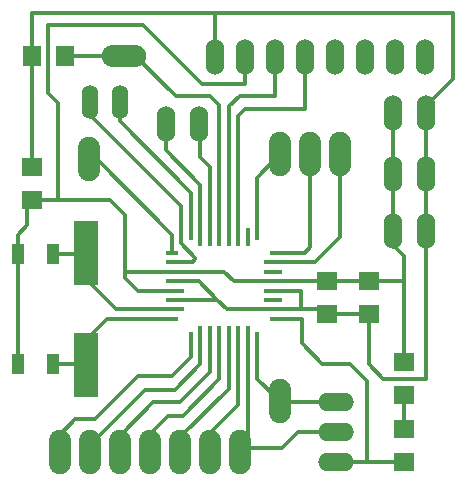
<source format=gbr>
%TF.GenerationSoftware,KiCad,Pcbnew,(6.0.0-0)*%
%TF.CreationDate,2022-06-01T12:26:00-04:00*%
%TF.ProjectId,satshakitFCv1,73617473-6861-46b6-9974-464376312e6b,rev?*%
%TF.SameCoordinates,Original*%
%TF.FileFunction,Copper,L1,Top*%
%TF.FilePolarity,Positive*%
%FSLAX46Y46*%
G04 Gerber Fmt 4.6, Leading zero omitted, Abs format (unit mm)*
G04 Created by KiCad (PCBNEW (6.0.0-0)) date 2022-06-01 12:26:00*
%MOMM*%
%LPD*%
G01*
G04 APERTURE LIST*
%TA.AperFunction,SMDPad,CuDef*%
%ADD10R,1.117600X1.803400*%
%TD*%
%TA.AperFunction,ComponentPad*%
%ADD11O,1.879600X3.759200*%
%TD*%
%TA.AperFunction,ComponentPad*%
%ADD12O,1.422400X2.844800*%
%TD*%
%TA.AperFunction,ComponentPad*%
%ADD13O,1.524000X3.048000*%
%TD*%
%TA.AperFunction,SMDPad,CuDef*%
%ADD14R,1.800000X1.600000*%
%TD*%
%TA.AperFunction,ComponentPad*%
%ADD15O,3.048000X1.524000*%
%TD*%
%TA.AperFunction,ComponentPad*%
%ADD16O,3.759200X1.879600*%
%TD*%
%TA.AperFunction,SMDPad,CuDef*%
%ADD17R,1.803000X1.600000*%
%TD*%
%TA.AperFunction,SMDPad,CuDef*%
%ADD18R,2.000000X5.500000*%
%TD*%
%TA.AperFunction,SMDPad,CuDef*%
%ADD19R,1.600000X1.800000*%
%TD*%
%TA.AperFunction,SMDPad,CuDef*%
%ADD20R,1.016000X0.406400*%
%TD*%
%TA.AperFunction,SMDPad,CuDef*%
%ADD21R,1.524000X0.355600*%
%TD*%
%TA.AperFunction,SMDPad,CuDef*%
%ADD22R,0.406400X1.016000*%
%TD*%
%TA.AperFunction,SMDPad,CuDef*%
%ADD23R,0.355600X1.524000*%
%TD*%
%TA.AperFunction,Conductor*%
%ADD24C,0.304800*%
%TD*%
G04 APERTURE END LIST*
D10*
%TO.P,C1,1*%
%TO.N,GND_B*%
X181816100Y-63066400D03*
%TO.P,C1,2*%
%TO.N,N$2*%
X184813300Y-63066400D03*
%TD*%
D11*
%TO.P,RC_3-6,1*%
%TO.N,R3*%
X185369900Y-79868800D03*
%TO.P,RC_3-6,2*%
%TO.N,R4*%
X187909900Y-79868800D03*
%TO.P,RC_3-6,3*%
%TO.N,R5*%
X190449900Y-79868800D03*
%TO.P,RC_3-6,4*%
%TO.N,R6*%
X192989900Y-79868800D03*
%TD*%
D10*
%TO.P,C2,1*%
%TO.N,GND_B*%
X181830400Y-72410400D03*
%TO.P,C2,2*%
%TO.N,N$9*%
X184827600Y-72410400D03*
%TD*%
D12*
%TO.P,RC1-2,1*%
%TO.N,R1*%
X190436500Y-50215800D03*
%TO.P,RC1-2,2*%
%TO.N,R2*%
X187896500Y-50215800D03*
%TD*%
D13*
%TO.P,B_POWER,1*%
%TO.N,GND_B*%
X213614500Y-61143200D03*
%TO.P,B_POWER,2*%
%TO.N,VCC_B*%
X216408500Y-61143200D03*
%TD*%
%TO.P,ISP_POWER,1*%
%TO.N,VCC_B*%
X216366900Y-56299200D03*
%TO.P,ISP_POWER,2*%
%TO.N,GND_B*%
X213572900Y-56299200D03*
%TD*%
D14*
%TO.P,C5,1*%
%TO.N,VCC_B*%
X211536000Y-68193300D03*
%TO.P,C5,2*%
%TO.N,GND_B*%
X211536000Y-65393300D03*
%TD*%
D11*
%TO.P,M12,1*%
%TO.N,MISO*%
X204017100Y-75570400D03*
%TD*%
D15*
%TO.P,SPI,1*%
%TO.N,MISO*%
X208740100Y-75643400D03*
%TO.P,SPI,2*%
%TO.N,MOSI*%
X208740100Y-78183400D03*
%TO.P,SPI,3*%
%TO.N,SCK*%
X208740100Y-80723400D03*
%TD*%
D11*
%TO.P,M10,1*%
%TO.N,M10*%
X198069878Y-79874410D03*
%TD*%
D16*
%TO.P,RST,1*%
%TO.N,N$3*%
X190823900Y-46299200D03*
%TD*%
D11*
%TO.P,M2,1*%
%TO.N,MA1*%
X206582300Y-54668800D03*
%TD*%
%TO.P,M11,1*%
%TO.N,MOSI*%
X200609700Y-79861000D03*
%TD*%
D13*
%TO.P,IMU,1*%
%TO.N,N/C*%
X216339100Y-46392000D03*
%TO.P,IMU,2*%
X213799100Y-46392000D03*
%TO.P,IMU,3*%
X211259100Y-46392000D03*
%TO.P,IMU,4*%
X208719100Y-46392000D03*
%TO.P,IMU,5*%
%TO.N,SDA*%
X206179100Y-46392000D03*
%TO.P,IMU,6*%
%TO.N,SCL*%
X203639100Y-46392000D03*
%TO.P,IMU,7*%
%TO.N,GND_B*%
X201099100Y-46392000D03*
%TO.P,IMU,8*%
%TO.N,VCC_B*%
X198559100Y-46392000D03*
%TD*%
D17*
%TO.P,LED_13,1*%
%TO.N,SCK*%
X214511203Y-80717400D03*
%TO.P,LED_13,2*%
%TO.N,N$27*%
X214511203Y-77873400D03*
%TD*%
D11*
%TO.P,M1,1*%
%TO.N,MA0*%
X209117100Y-54668800D03*
%TD*%
%TO.P,M3,1*%
%TO.N,M3*%
X187877106Y-55056513D03*
%TD*%
D18*
%TO.P,CRYSTAL,1*%
%TO.N,N$9*%
X187605700Y-72502700D03*
%TO.P,CRYSTAL,2*%
%TO.N,N$2*%
X187605700Y-63002700D03*
%TD*%
D14*
%TO.P,R3,1*%
%TO.N,GND_B*%
X214543200Y-72242700D03*
%TO.P,R3,2*%
%TO.N,N$27*%
X214543200Y-75042700D03*
%TD*%
D13*
%TO.P,RC_POWER,1*%
%TO.N,VCC_B*%
X216366900Y-51194800D03*
%TO.P,RC_POWER,2*%
%TO.N,GND_B*%
X213572900Y-51194800D03*
%TD*%
D14*
%TO.P,C3,1*%
%TO.N,VCC_B*%
X183014700Y-55698600D03*
%TO.P,C3,2*%
%TO.N,GND_B*%
X183014700Y-58498600D03*
%TD*%
D19*
%TO.P,R1,1*%
%TO.N,VCC_B*%
X182996300Y-46338900D03*
%TO.P,R1,2*%
%TO.N,N$3*%
X185796300Y-46338900D03*
%TD*%
D11*
%TO.P,M9,1*%
%TO.N,M9*%
X195528915Y-79877760D03*
%TD*%
D20*
%TO.P,MICRO,1*%
%TO.N,M3*%
X194868800Y-62986000D03*
D21*
%TO.P,MICRO,2*%
%TO.N,R2*%
X195122800Y-63786000D03*
%TO.P,MICRO,3*%
%TO.N,GND_B*%
X195122800Y-64586000D03*
%TO.P,MICRO,4*%
%TO.N,VCC_B*%
X195122800Y-65386000D03*
%TO.P,MICRO,5*%
%TO.N,GND_B*%
X195122800Y-66186000D03*
%TO.P,MICRO,6*%
%TO.N,VCC_B*%
X195122800Y-66986000D03*
%TO.P,MICRO,7*%
%TO.N,N$2*%
X195122800Y-67786000D03*
D20*
%TO.P,MICRO,8*%
%TO.N,N$9*%
X194868800Y-68586000D03*
D22*
%TO.P,MICRO,9*%
%TO.N,R3*%
X196488400Y-70205600D03*
D23*
%TO.P,MICRO,10*%
%TO.N,R4*%
X197288400Y-69951600D03*
%TO.P,MICRO,11*%
%TO.N,R5*%
X198088400Y-69951600D03*
%TO.P,MICRO,12*%
%TO.N,R6*%
X198888400Y-69951600D03*
%TO.P,MICRO,13*%
%TO.N,M9*%
X199688400Y-69951600D03*
%TO.P,MICRO,14*%
%TO.N,M10*%
X200488400Y-69951600D03*
%TO.P,MICRO,15*%
%TO.N,MOSI*%
X201288400Y-69951600D03*
D22*
%TO.P,MICRO,16*%
%TO.N,MISO*%
X202088400Y-70205600D03*
D20*
%TO.P,MICRO,17*%
%TO.N,SCK*%
X203708000Y-68586000D03*
D21*
%TO.P,MICRO,18*%
%TO.N,VCC_B*%
X203454000Y-67786000D03*
%TO.P,MICRO,19*%
%TO.N,N/C*%
X203454000Y-66986000D03*
%TO.P,MICRO,20*%
%TO.N,VCC_B*%
X203454000Y-66186000D03*
%TO.P,MICRO,21*%
%TO.N,GND_B*%
X203454000Y-65386000D03*
%TO.P,MICRO,22*%
%TO.N,N/C*%
X203454000Y-64586000D03*
%TO.P,MICRO,23*%
%TO.N,MA0*%
X203454000Y-63786000D03*
D20*
%TO.P,MICRO,24*%
%TO.N,MA1*%
X203708000Y-62986000D03*
D22*
%TO.P,MICRO,25*%
%TO.N,MA2*%
X202088400Y-61366400D03*
D23*
%TO.P,MICRO,26*%
%TO.N,N/C*%
X201288400Y-61620400D03*
%TO.P,MICRO,27*%
%TO.N,SDA*%
X200488400Y-61620400D03*
%TO.P,MICRO,28*%
%TO.N,SCL*%
X199688400Y-61620400D03*
%TO.P,MICRO,29*%
%TO.N,N$3*%
X198888400Y-61620400D03*
%TO.P,MICRO,30*%
%TO.N,RX*%
X198088400Y-61620400D03*
%TO.P,MICRO,31*%
%TO.N,TX*%
X197288400Y-61620400D03*
D22*
%TO.P,MICRO,32*%
%TO.N,R1*%
X196488400Y-61366400D03*
%TD*%
D14*
%TO.P,C4,1*%
%TO.N,VCC_B*%
X207981000Y-68166300D03*
%TO.P,C4,2*%
%TO.N,GND_B*%
X207981000Y-65366300D03*
%TD*%
D11*
%TO.P,M4,1*%
%TO.N,MA2*%
X204047500Y-54668800D03*
%TD*%
D13*
%TO.P,SERIAL,1*%
%TO.N,RX*%
X197180300Y-52056700D03*
%TO.P,SERIAL,2*%
%TO.N,TX*%
X194386300Y-52056700D03*
%TD*%
D24*
%TO.N,N$2*%
X187642500Y-63039500D02*
X187605700Y-63002700D01*
X187605700Y-63066400D02*
X187605700Y-63002700D01*
X187642500Y-65278000D02*
X187642500Y-63039500D01*
X184813300Y-63066400D02*
X187605700Y-63066400D01*
X190150500Y-67786000D02*
X187642500Y-65278000D01*
X195122800Y-67786000D02*
X190150500Y-67786000D01*
%TO.N,N$9*%
X184827600Y-72410400D02*
X187605700Y-72410400D01*
X187605700Y-72410400D02*
X187605700Y-72502700D01*
X187642500Y-70332600D02*
X187642500Y-72465900D01*
X194868800Y-68586000D02*
X189389100Y-68586000D01*
X189389100Y-68586000D02*
X187642500Y-70332600D01*
X187642500Y-72465900D02*
X187605700Y-72502700D01*
%TO.N,N$3*%
X191757300Y-46304200D02*
X190828900Y-46304200D01*
X190828900Y-46304200D02*
X190823900Y-46299200D01*
X198888400Y-61620400D02*
X198888400Y-50514300D01*
X195211700Y-49758600D02*
X191757300Y-46304200D01*
X198888400Y-50514300D02*
X198132700Y-49758600D01*
X185796300Y-46338900D02*
X185796300Y-46299200D01*
X198132700Y-49758600D02*
X195211700Y-49758600D01*
X185796300Y-46299200D02*
X190823900Y-46299200D01*
%TO.N,N$27*%
X214511203Y-75042700D02*
X214511203Y-77873400D01*
X214543200Y-75042700D02*
X214511203Y-75042700D01*
%TO.N,SCL*%
X203639100Y-49682400D02*
X203639100Y-46392000D01*
X199688400Y-50602200D02*
X200608200Y-49682400D01*
X200608200Y-49682400D02*
X203639100Y-49682400D01*
X199688400Y-61620400D02*
X199688400Y-50602200D01*
%TO.N,SDA*%
X206209900Y-46392000D02*
X206179100Y-46392000D01*
X201053700Y-50850800D02*
X206179100Y-50850800D01*
X200488400Y-51416100D02*
X201053700Y-50850800D01*
X206179100Y-50850800D02*
X206179100Y-46392000D01*
X200488400Y-61620400D02*
X200488400Y-51416100D01*
%TO.N,R1*%
X196488400Y-57893300D02*
X190461900Y-51866800D01*
X190461900Y-50215800D02*
X190436500Y-50215800D01*
X196488400Y-61366400D02*
X196488400Y-57893300D01*
X190461900Y-51866800D02*
X190461900Y-50215800D01*
%TO.N,R2*%
X196627500Y-63786000D02*
X196862700Y-63550800D01*
X196862700Y-63550800D02*
X196862700Y-63398400D01*
X195668900Y-59055000D02*
X187921900Y-51308000D01*
X195122800Y-63786000D02*
X196627500Y-63786000D01*
X196862700Y-63398400D02*
X195668900Y-62204600D01*
X195668900Y-62204600D02*
X195668900Y-59055000D01*
X187921900Y-51308000D02*
X187921900Y-50215800D01*
X187921900Y-50215800D02*
X187896500Y-50215800D01*
%TO.N,R3*%
X196488400Y-70205600D02*
X196488400Y-71824500D01*
X188328300Y-77089000D02*
X186677300Y-77089000D01*
X185381900Y-78384400D02*
X185381900Y-79856800D01*
X191985900Y-73431400D02*
X188328300Y-77089000D01*
X194881500Y-73431400D02*
X191985900Y-73431400D01*
X196488400Y-71824500D02*
X194881500Y-73431400D01*
X185381900Y-79856800D02*
X185369900Y-79868800D01*
X186677300Y-77089000D02*
X185381900Y-78384400D01*
%TO.N,R4*%
X192620900Y-74574400D02*
X188201300Y-78994000D01*
X188201300Y-79577400D02*
X187909900Y-79868800D01*
X188201300Y-78994000D02*
X188201300Y-79577400D01*
X195160900Y-74574400D02*
X192620900Y-74574400D01*
X197288400Y-72446900D02*
X195160900Y-74574400D01*
X197288400Y-69951600D02*
X197288400Y-72446900D01*
%TO.N,R5*%
X193306700Y-75615800D02*
X190614300Y-78308200D01*
X190614300Y-78308200D02*
X190614300Y-79704400D01*
X198088400Y-69951600D02*
X198088400Y-73094700D01*
X190614300Y-79704400D02*
X190449900Y-79868800D01*
X195567300Y-75615800D02*
X193306700Y-75615800D01*
X198088400Y-73094700D02*
X195567300Y-75615800D01*
%TO.N,MISO*%
X202088400Y-73641700D02*
X204017100Y-75570400D01*
X202088400Y-70205600D02*
X202088400Y-73641700D01*
X204090100Y-75643400D02*
X204017100Y-75570400D01*
X208740100Y-75643400D02*
X204090100Y-75643400D01*
%TO.N,MOSI*%
X200939900Y-79530800D02*
X200609700Y-79861000D01*
X201288400Y-69951600D02*
X201288400Y-79861000D01*
X205549500Y-78181200D02*
X208737900Y-78181200D01*
X204199900Y-79530800D02*
X200939900Y-79530800D01*
X204199900Y-79530800D02*
X205549500Y-78181200D01*
X201288400Y-79861000D02*
X200609700Y-79861000D01*
X208737900Y-78181200D02*
X208740100Y-78183400D01*
%TO.N,SCK*%
X207617100Y-72370400D02*
X209917100Y-72370400D01*
X211417100Y-80717400D02*
X208740100Y-80717400D01*
X205917100Y-68586000D02*
X205917100Y-70670400D01*
X203708000Y-68586000D02*
X205917100Y-68586000D01*
X209917100Y-72370400D02*
X211417100Y-73870400D01*
X208740100Y-80717400D02*
X208740100Y-80723400D01*
X211417100Y-73870400D02*
X211417100Y-80717400D01*
X214511203Y-80717400D02*
X211417100Y-80717400D01*
X205917100Y-70670400D02*
X207617100Y-72370400D01*
%TO.N,GND_B*%
X195122800Y-64586000D02*
X191039900Y-64586000D01*
X214543200Y-65393300D02*
X214543200Y-72242700D01*
X203454000Y-65386000D02*
X207981000Y-65386000D01*
X200113900Y-65379600D02*
X203447600Y-65379600D01*
X211536000Y-65366300D02*
X211536000Y-65393300D01*
X182638700Y-59276200D02*
X182460900Y-59098400D01*
X207981000Y-65386000D02*
X207981000Y-65366300D01*
X183037700Y-58521600D02*
X183014700Y-58498600D01*
X183037700Y-58521600D02*
X182460900Y-59098400D01*
X195122800Y-66192400D02*
X195122800Y-66186000D01*
X197421500Y-48717200D02*
X192417700Y-43713400D01*
X181816100Y-63066400D02*
X181830400Y-63066400D01*
X191039900Y-64586000D02*
X190893700Y-64439800D01*
X185229500Y-58521600D02*
X183037700Y-58521600D01*
X213614500Y-61143200D02*
X213572900Y-61101600D01*
X181816100Y-61503200D02*
X182638700Y-60680600D01*
X207981000Y-65366300D02*
X211536000Y-65366300D01*
X191960500Y-66192400D02*
X190893700Y-65125600D01*
X214543200Y-65393300D02*
X214543200Y-63248100D01*
X189623700Y-58521600D02*
X185229500Y-58521600D01*
X190893700Y-59791600D02*
X189623700Y-58521600D01*
X182638700Y-60680600D02*
X182638700Y-59276200D01*
X184416700Y-49479200D02*
X184416700Y-43713400D01*
X203447600Y-65379600D02*
X203454000Y-65386000D01*
X199320300Y-64586000D02*
X200113900Y-65379600D01*
X214543200Y-63248100D02*
X213626700Y-62331600D01*
X195122800Y-64586000D02*
X199320300Y-64586000D01*
X211536000Y-65393300D02*
X214543200Y-65393300D01*
X195122800Y-64586000D02*
X192951100Y-64586000D01*
X191960500Y-66192400D02*
X195122800Y-66192400D01*
X213572900Y-56299200D02*
X213572900Y-51194800D01*
X185229500Y-50292000D02*
X185229500Y-58521600D01*
X201099100Y-48717200D02*
X197421500Y-48717200D01*
X213626700Y-62331600D02*
X213626700Y-61155400D01*
X213572900Y-61101600D02*
X213572900Y-56299200D01*
X190893700Y-64439800D02*
X190893700Y-59791600D01*
X184416700Y-43713400D02*
X192417700Y-43713400D01*
X190893700Y-65125600D02*
X190893700Y-64439800D01*
X213626700Y-61155400D02*
X213614500Y-61143200D01*
X181816100Y-63066400D02*
X181816100Y-61503200D01*
X181830400Y-63066400D02*
X181830400Y-72410400D01*
X185229500Y-50292000D02*
X184416700Y-49479200D01*
X201099100Y-46392000D02*
X201099100Y-48717200D01*
%TO.N,VCC_B*%
X182996300Y-42722800D02*
X182996300Y-46338900D01*
X216366900Y-61101600D02*
X216366900Y-56299200D01*
X182996300Y-55698600D02*
X182996300Y-46338900D01*
X211509000Y-68166300D02*
X211536000Y-68193300D01*
X216366900Y-56299200D02*
X216366900Y-51194800D01*
X183014700Y-55698600D02*
X182996300Y-55698600D01*
X198559100Y-42722800D02*
X218706700Y-42722800D01*
X216408500Y-61143200D02*
X216408500Y-73660000D01*
X203454000Y-67786000D02*
X205803500Y-67786000D01*
X207981000Y-67786000D02*
X207981000Y-68166300D01*
X199504300Y-67767200D02*
X203435200Y-67767200D01*
X195122800Y-65386000D02*
X197123100Y-65386000D01*
X203435200Y-67767200D02*
X203454000Y-67786000D01*
X216408500Y-61143200D02*
X216366900Y-61101600D01*
X207981000Y-68166300D02*
X211509000Y-68166300D01*
X211536000Y-72432900D02*
X211536000Y-68193300D01*
X218706700Y-48260000D02*
X218706700Y-42722800D01*
X203454000Y-66186000D02*
X205803500Y-66186000D01*
X205803500Y-66186000D02*
X205803500Y-67786000D01*
X205803500Y-67786000D02*
X207981000Y-67786000D01*
X197123100Y-65386000D02*
X198723100Y-66986000D01*
X195122800Y-66986000D02*
X198723100Y-66986000D01*
X216366900Y-50599800D02*
X218706700Y-48260000D01*
X216366900Y-51194800D02*
X216366900Y-50599800D01*
X198559100Y-46392000D02*
X198559100Y-42722800D01*
X198723100Y-66986000D02*
X199504300Y-67767200D01*
X216408500Y-73660000D02*
X212763100Y-73660000D01*
X212763100Y-73660000D02*
X211536000Y-72432900D01*
X198559100Y-42722800D02*
X182996300Y-42722800D01*
%TO.N,R6*%
X198888400Y-73717100D02*
X195821300Y-76784200D01*
X194576700Y-76784200D02*
X193027300Y-78333600D01*
X195821300Y-76784200D02*
X194576700Y-76784200D01*
X193027300Y-79831400D02*
X192989900Y-79868800D01*
X198888400Y-69951600D02*
X198888400Y-73717100D01*
X193027300Y-78333600D02*
X193027300Y-79831400D01*
%TO.N,MA0*%
X209105500Y-61671200D02*
X209105500Y-54680400D01*
X206990700Y-63786000D02*
X209105500Y-61671200D01*
X209105500Y-54680400D02*
X209117100Y-54668800D01*
X203454000Y-63786000D02*
X206990700Y-63786000D01*
%TO.N,MA1*%
X206114300Y-62986000D02*
X206590900Y-62509400D01*
X206590900Y-62509400D02*
X206590900Y-54677400D01*
X203708000Y-62986000D02*
X206114300Y-62986000D01*
X206590900Y-54677400D02*
X206582300Y-54668800D01*
%TO.N,MA2*%
X202088400Y-61366400D02*
X202088400Y-56627900D01*
X202088400Y-56627900D02*
X204047500Y-54668800D01*
%TO.N,M3*%
X194868800Y-61455300D02*
X188582300Y-55168800D01*
X188582300Y-55168800D02*
X187989393Y-55168800D01*
X194868800Y-62986000D02*
X194868800Y-61455300D01*
X187989393Y-55168800D02*
X187877106Y-55056513D01*
%TO.N,M9*%
X199688400Y-74491900D02*
X195668900Y-78511400D01*
X199688400Y-69951600D02*
X199688400Y-74491900D01*
X195668900Y-79737775D02*
X195528915Y-79877760D01*
X195668900Y-78511400D02*
X195668900Y-79737775D01*
%TO.N,M10*%
X198069878Y-78677179D02*
X198069878Y-79874410D01*
X200488400Y-69951600D02*
X200488400Y-75876300D01*
X198031100Y-78333600D02*
X198031100Y-78638400D01*
X200488400Y-75876300D02*
X198031100Y-78333600D01*
X198031100Y-78638400D02*
X198069878Y-78677179D01*
%TO.N,RX*%
X197218300Y-52094700D02*
X197180300Y-52056700D01*
X197218300Y-54864000D02*
X197218300Y-52094700D01*
X198088400Y-61620400D02*
X198088400Y-55734100D01*
X198088400Y-55734100D02*
X197218300Y-54864000D01*
%TO.N,TX*%
X194373500Y-52069500D02*
X194386300Y-52056700D01*
X197288400Y-61620400D02*
X197288400Y-57245500D01*
X194373500Y-54330600D02*
X194373500Y-52069500D01*
X197288400Y-57245500D02*
X194373500Y-54330600D01*
%TD*%
M02*

</source>
